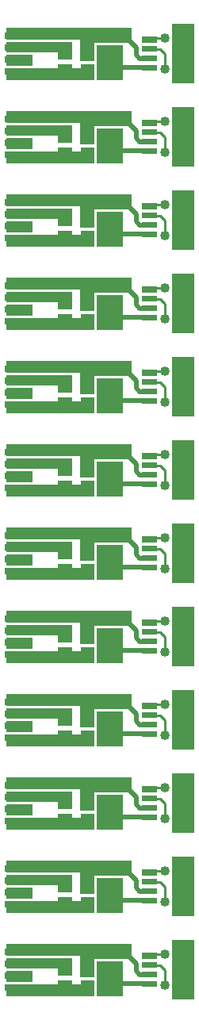
<source format=gbr>
G04 start of page 2 for group 0 idx 0 *
G04 Title: (unknown), top *
G04 Creator: pcb 4.0.2 *
G04 CreationDate: Thu Feb 25 03:30:48 2021 UTC *
G04 For: petersen *
G04 Format: Gerber/RS-274X *
G04 PCB-Dimensions (mil): 1500.00 4200.00 *
G04 PCB-Coordinate-Origin: lower left *
%MOIN*%
%FSLAX25Y25*%
%LNTOP*%
%ADD17C,0.0140*%
%ADD16C,0.0310*%
%ADD15C,0.0400*%
%ADD14C,0.0300*%
%ADD13C,0.0200*%
%ADD12C,0.0100*%
%ADD11C,0.0001*%
G54D11*G36*
X130500Y285000D02*Y310000D01*
X140000D01*
Y285000D01*
X130500D01*
G37*
G36*
Y250000D02*Y275000D01*
X140000D01*
Y250000D01*
X130500D01*
G37*
G36*
Y215000D02*Y240000D01*
X140000D01*
Y215000D01*
X130500D01*
G37*
G36*
Y180000D02*Y205000D01*
X140000D01*
Y180000D01*
X130500D01*
G37*
G36*
Y145000D02*Y170000D01*
X140000D01*
Y145000D01*
X130500D01*
G37*
G36*
X93000Y273000D02*X109500D01*
Y268000D01*
X93000D01*
Y273000D01*
G37*
G36*
X96500Y273500D02*X113500D01*
Y267000D01*
X96500D01*
Y273500D01*
G37*
G36*
X91500D02*X108000D01*
Y268500D01*
X91500D01*
Y273500D01*
G37*
G36*
X92000D02*X98000D01*
Y259500D01*
X92000D01*
Y273500D01*
G37*
G36*
X93000Y238000D02*X109500D01*
Y233000D01*
X93000D01*
Y238000D01*
G37*
G36*
X91500Y238500D02*X108000D01*
Y233500D01*
X91500D01*
Y238500D01*
G37*
G36*
X92000D02*X98000D01*
Y224500D01*
X92000D01*
Y238500D01*
G37*
G36*
X96500D02*X113500D01*
Y232000D01*
X96500D01*
Y238500D01*
G37*
G36*
X93000Y203000D02*X109500D01*
Y198000D01*
X93000D01*
Y203000D01*
G37*
G36*
X130500Y110000D02*Y135000D01*
X140000D01*
Y110000D01*
X130500D01*
G37*
G36*
Y75000D02*Y100000D01*
X140000D01*
Y75000D01*
X130500D01*
G37*
G36*
Y40000D02*Y65000D01*
X140000D01*
Y40000D01*
X130500D01*
G37*
G36*
Y5000D02*Y30000D01*
X140000D01*
Y5000D01*
X130500D01*
G37*
G36*
X61000Y273500D02*X98000D01*
Y268500D01*
X61000D01*
Y273500D01*
G37*
G36*
Y267500D02*X88500D01*
Y263000D01*
X61000D01*
Y267500D01*
G37*
G36*
Y262000D02*X72000D01*
Y257500D01*
X61000D01*
Y262000D01*
G37*
G36*
Y256500D02*X98000D01*
Y251500D01*
X61000D01*
Y256500D01*
G37*
G36*
Y238500D02*X98000D01*
Y233500D01*
X61000D01*
Y238500D01*
G37*
G36*
Y232500D02*X88500D01*
Y228000D01*
X61000D01*
Y232500D01*
G37*
G36*
X99000Y266000D02*X110000D01*
Y251500D01*
X99000D01*
Y266000D01*
G37*
G36*
Y231000D02*X110000D01*
Y216500D01*
X99000D01*
Y231000D01*
G37*
G36*
X61000Y227000D02*X72000D01*
Y222500D01*
X61000D01*
Y227000D01*
G37*
G36*
Y221500D02*X98000D01*
Y216500D01*
X61000D01*
Y221500D01*
G37*
G36*
Y203500D02*X98000D01*
Y198500D01*
X61000D01*
Y203500D01*
G37*
G36*
X91500D02*X108000D01*
Y198500D01*
X91500D01*
Y203500D01*
G37*
G36*
X61000Y197500D02*X88500D01*
Y193000D01*
X61000D01*
Y197500D01*
G37*
G36*
Y192000D02*X72000D01*
Y187500D01*
X61000D01*
Y192000D01*
G37*
G36*
Y186500D02*X98000D01*
Y181500D01*
X61000D01*
Y186500D01*
G37*
G36*
X99000Y196000D02*X110000D01*
Y181500D01*
X99000D01*
Y196000D01*
G37*
G36*
X61000Y168500D02*X98000D01*
Y163500D01*
X61000D01*
Y168500D01*
G37*
G36*
Y162500D02*X88500D01*
Y158000D01*
X61000D01*
Y162500D01*
G37*
G36*
Y157000D02*X72000D01*
Y152500D01*
X61000D01*
Y157000D01*
G37*
G36*
Y151500D02*X98000D01*
Y146500D01*
X61000D01*
Y151500D01*
G37*
G36*
X99000Y161000D02*X110000D01*
Y146500D01*
X99000D01*
Y161000D01*
G37*
G36*
X92000Y203500D02*X98000D01*
Y189500D01*
X92000D01*
Y203500D01*
G37*
G36*
X93000Y168000D02*X109500D01*
Y163000D01*
X93000D01*
Y168000D01*
G37*
G36*
X91500Y168500D02*X108000D01*
Y163500D01*
X91500D01*
Y168500D01*
G37*
G36*
X92000D02*X98000D01*
Y154500D01*
X92000D01*
Y168500D01*
G37*
G36*
X96500D02*X113500D01*
Y162000D01*
X96500D01*
Y168500D01*
G37*
G36*
Y203500D02*X113500D01*
Y197000D01*
X96500D01*
Y203500D01*
G37*
G36*
X99000Y406000D02*X110000D01*
Y391500D01*
X99000D01*
Y406000D01*
G37*
G36*
X130500Y390000D02*Y415000D01*
X140000D01*
Y390000D01*
X130500D01*
G37*
G36*
Y355000D02*Y380000D01*
X140000D01*
Y355000D01*
X130500D01*
G37*
G36*
Y320000D02*Y345000D01*
X140000D01*
Y320000D01*
X130500D01*
G37*
G36*
X93000Y378000D02*X109500D01*
Y373000D01*
X93000D01*
Y378000D01*
G37*
G36*
X91500Y378500D02*X108000D01*
Y373500D01*
X91500D01*
Y378500D01*
G37*
G36*
X92000D02*X98000D01*
Y364500D01*
X92000D01*
Y378500D01*
G37*
G36*
X96500D02*X113500D01*
Y372000D01*
X96500D01*
Y378500D01*
G37*
G36*
X61000Y413500D02*X98000D01*
Y408500D01*
X61000D01*
Y413500D01*
G37*
G36*
Y407500D02*X88500D01*
Y403000D01*
X61000D01*
Y407500D01*
G37*
G36*
Y402000D02*X72000D01*
Y397500D01*
X61000D01*
Y402000D01*
G37*
G36*
X93000Y413000D02*X109500D01*
Y408000D01*
X93000D01*
Y413000D01*
G37*
G36*
X91500Y413500D02*X108000D01*
Y408500D01*
X91500D01*
Y413500D01*
G37*
G36*
X92000D02*X98000D01*
Y399500D01*
X92000D01*
Y413500D01*
G37*
G36*
X96500D02*X113500D01*
Y407000D01*
X96500D01*
Y413500D01*
G37*
G36*
X61000Y396500D02*X98000D01*
Y391500D01*
X61000D01*
Y396500D01*
G37*
G36*
Y378500D02*X98000D01*
Y373500D01*
X61000D01*
Y378500D01*
G37*
G36*
Y372500D02*X88500D01*
Y368000D01*
X61000D01*
Y372500D01*
G37*
G36*
Y367000D02*X72000D01*
Y362500D01*
X61000D01*
Y367000D01*
G37*
G36*
Y361500D02*X98000D01*
Y356500D01*
X61000D01*
Y361500D01*
G37*
G36*
Y343500D02*X98000D01*
Y338500D01*
X61000D01*
Y343500D01*
G37*
G36*
Y337500D02*X88500D01*
Y333000D01*
X61000D01*
Y337500D01*
G37*
G36*
Y332000D02*X72000D01*
Y327500D01*
X61000D01*
Y332000D01*
G37*
G36*
Y326500D02*X98000D01*
Y321500D01*
X61000D01*
Y326500D01*
G37*
G36*
X99000Y371000D02*X110000D01*
Y356500D01*
X99000D01*
Y371000D01*
G37*
G36*
X93000Y343000D02*X109500D01*
Y338000D01*
X93000D01*
Y343000D01*
G37*
G36*
X91500Y343500D02*X108000D01*
Y338500D01*
X91500D01*
Y343500D01*
G37*
G36*
X96500D02*X113500D01*
Y337000D01*
X96500D01*
Y343500D01*
G37*
G36*
X92000D02*X98000D01*
Y329500D01*
X92000D01*
Y343500D01*
G37*
G36*
X99000Y336000D02*X110000D01*
Y321500D01*
X99000D01*
Y336000D01*
G37*
G36*
X93000Y308000D02*X109500D01*
Y303000D01*
X93000D01*
Y308000D01*
G37*
G36*
X61000Y308500D02*X98000D01*
Y303500D01*
X61000D01*
Y308500D01*
G37*
G36*
Y302500D02*X88500D01*
Y298000D01*
X61000D01*
Y302500D01*
G37*
G36*
Y297000D02*X72000D01*
Y292500D01*
X61000D01*
Y297000D01*
G37*
G36*
Y291500D02*X98000D01*
Y286500D01*
X61000D01*
Y291500D01*
G37*
G36*
X91500Y308500D02*X108000D01*
Y303500D01*
X91500D01*
Y308500D01*
G37*
G36*
X92000D02*X98000D01*
Y294500D01*
X92000D01*
Y308500D01*
G37*
G36*
X96500D02*X113500D01*
Y302000D01*
X96500D01*
Y308500D01*
G37*
G36*
X99000Y301000D02*X110000D01*
Y286500D01*
X99000D01*
Y301000D01*
G37*
G36*
X61000Y133500D02*X98000D01*
Y128500D01*
X61000D01*
Y133500D01*
G37*
G36*
Y127500D02*X88500D01*
Y123000D01*
X61000D01*
Y127500D01*
G37*
G36*
Y122000D02*X72000D01*
Y117500D01*
X61000D01*
Y122000D01*
G37*
G36*
Y116500D02*X98000D01*
Y111500D01*
X61000D01*
Y116500D01*
G37*
G36*
X99000Y126000D02*X110000D01*
Y111500D01*
X99000D01*
Y126000D01*
G37*
G36*
X61000Y98500D02*X98000D01*
Y93500D01*
X61000D01*
Y98500D01*
G37*
G36*
X91500D02*X108000D01*
Y93500D01*
X91500D01*
Y98500D01*
G37*
G36*
X61000Y92500D02*X88500D01*
Y88000D01*
X61000D01*
Y92500D01*
G37*
G36*
X93000Y133000D02*X109500D01*
Y128000D01*
X93000D01*
Y133000D01*
G37*
G36*
X91500Y133500D02*X108000D01*
Y128500D01*
X91500D01*
Y133500D01*
G37*
G36*
X92000D02*X98000D01*
Y119500D01*
X92000D01*
Y133500D01*
G37*
G36*
X96500D02*X113500D01*
Y127000D01*
X96500D01*
Y133500D01*
G37*
G36*
X93000Y98000D02*X109500D01*
Y93000D01*
X93000D01*
Y98000D01*
G37*
G36*
X92000Y98500D02*X98000D01*
Y84500D01*
X92000D01*
Y98500D01*
G37*
G36*
X96500D02*X113500D01*
Y92000D01*
X96500D01*
Y98500D01*
G37*
G36*
X93000Y63000D02*X109500D01*
Y58000D01*
X93000D01*
Y63000D01*
G37*
G36*
X91500Y63500D02*X108000D01*
Y58500D01*
X91500D01*
Y63500D01*
G37*
G36*
X92000D02*X98000D01*
Y49500D01*
X92000D01*
Y63500D01*
G37*
G36*
X96500D02*X113500D01*
Y57000D01*
X96500D01*
Y63500D01*
G37*
G36*
X93000Y28000D02*X109500D01*
Y23000D01*
X93000D01*
Y28000D01*
G37*
G36*
X92000Y28500D02*X98000D01*
Y14500D01*
X92000D01*
Y28500D01*
G37*
G36*
X96500D02*X113500D01*
Y22000D01*
X96500D01*
Y28500D01*
G37*
G36*
X61000Y87000D02*X72000D01*
Y82500D01*
X61000D01*
Y87000D01*
G37*
G36*
Y81500D02*X98000D01*
Y76500D01*
X61000D01*
Y81500D01*
G37*
G36*
Y63500D02*X98000D01*
Y58500D01*
X61000D01*
Y63500D01*
G37*
G36*
Y57500D02*X88500D01*
Y53000D01*
X61000D01*
Y57500D01*
G37*
G36*
X99000Y91000D02*X110000D01*
Y76500D01*
X99000D01*
Y91000D01*
G37*
G36*
Y56000D02*X110000D01*
Y41500D01*
X99000D01*
Y56000D01*
G37*
G36*
X61000Y52000D02*X72000D01*
Y47500D01*
X61000D01*
Y52000D01*
G37*
G36*
Y46500D02*X98000D01*
Y41500D01*
X61000D01*
Y46500D01*
G37*
G36*
Y28500D02*X98000D01*
Y23500D01*
X61000D01*
Y28500D01*
G37*
G36*
X91500D02*X108000D01*
Y23500D01*
X91500D01*
Y28500D01*
G37*
G36*
X61000Y22500D02*X88500D01*
Y18000D01*
X61000D01*
Y22500D01*
G37*
G36*
Y17000D02*X72000D01*
Y12500D01*
X61000D01*
Y17000D01*
G37*
G36*
Y11500D02*X98000D01*
Y6500D01*
X61000D01*
Y11500D01*
G37*
G36*
X99000Y21000D02*X110000D01*
Y6500D01*
X99000D01*
Y21000D01*
G37*
G54D12*X127500Y304000D02*X121000D01*
X127500Y297500D02*X125531Y299469D01*
X121000D01*
G54D13*X115500Y300000D02*X111500Y304000D01*
G54D12*X127500Y291000D02*Y297500D01*
Y256000D02*Y262500D01*
G54D13*X121000Y295531D02*X116969D01*
X115500Y297000D01*
Y300000D01*
X121000Y291594D02*X106500D01*
G54D12*X127500Y269000D02*X121000D01*
X127500Y262500D02*X125531Y264469D01*
X121000D01*
G54D13*Y260531D02*X116969D01*
X115500Y262000D01*
Y265000D01*
X111500Y269000D01*
X121000Y256594D02*X106500D01*
G54D12*X127500Y234000D02*X121000D01*
G54D13*Y225531D02*X116969D01*
X115500Y227000D01*
Y230000D01*
G54D12*X127500Y227500D02*X125531Y229469D01*
X121000D01*
G54D13*X115500Y230000D02*X111500Y234000D01*
G54D12*X127500Y221000D02*Y227500D01*
G54D13*X121000Y221594D02*X106500D01*
G54D12*X127500Y374000D02*X121000D01*
G54D13*Y365531D02*X116969D01*
G54D12*X127500Y361000D02*Y367500D01*
X125531Y369469D01*
X121000D01*
G54D13*Y361594D02*X106500D01*
X116969Y365531D02*X115500Y367000D01*
Y370000D01*
X111500Y374000D01*
G54D12*X127500Y409000D02*X121000D01*
X127500Y396000D02*Y402500D01*
X125531Y404469D01*
X121000D01*
G54D13*Y400531D02*X116969D01*
X115500Y402000D01*
Y405000D01*
X111500Y409000D01*
X121000Y396594D02*X106500D01*
X121000Y330531D02*X116969D01*
X115500Y332000D01*
Y335000D01*
X111500Y339000D01*
G54D12*X127500D02*X121000D01*
X127500Y326000D02*Y332500D01*
X125531Y334469D01*
X121000D01*
G54D13*Y326594D02*X106500D01*
X121000Y190531D02*X116969D01*
X115500Y192000D01*
Y195000D01*
X111500Y199000D01*
X121000Y186594D02*X106500D01*
G54D12*X127500Y199000D02*X121000D01*
X127500Y186000D02*Y192500D01*
X125531Y194469D01*
X121000D01*
X127500Y164000D02*X121000D01*
G54D13*Y155531D02*X116969D01*
X115500Y157000D01*
Y160000D01*
G54D12*X127500Y157500D02*X125531Y159469D01*
X121000D01*
G54D13*X115500Y160000D02*X111500Y164000D01*
G54D12*X127500Y151000D02*Y157500D01*
G54D13*X121000Y151594D02*X106500D01*
X121000Y120531D02*X116969D01*
X115500Y122000D01*
Y125000D01*
X111500Y129000D01*
X121000Y116594D02*X106500D01*
G54D12*X127500Y129000D02*X121000D01*
X127500Y116000D02*Y122500D01*
X125531Y124469D01*
X121000D01*
X127500Y94000D02*X121000D01*
G54D13*Y85531D02*X116969D01*
X115500Y87000D01*
Y90000D01*
G54D12*X127500Y87500D02*X125531Y89469D01*
X121000D01*
G54D13*X115500Y90000D02*X111500Y94000D01*
G54D12*X127500Y81000D02*Y87500D01*
G54D13*X121000Y81594D02*X106500D01*
X121000Y50531D02*X116969D01*
X115500Y52000D01*
Y55000D01*
X111500Y59000D01*
X121000Y46594D02*X106500D01*
G54D12*X127500Y59000D02*X121000D01*
X127500Y46000D02*Y52500D01*
X125531Y54469D01*
X121000D01*
X127500Y24000D02*X121000D01*
G54D13*Y15531D02*X116969D01*
X115500Y17000D01*
Y20000D01*
G54D12*X127500Y17500D02*X125531Y19469D01*
X121000D01*
G54D13*X115500Y20000D02*X111500Y24000D01*
G54D12*X127500Y11000D02*Y17500D01*
G54D13*X121000Y11594D02*X106500D01*
G54D11*G36*
X60202Y326418D02*Y323582D01*
X64754D01*
Y326418D01*
X60202D01*
G37*
G36*
X82548Y328016D02*Y322898D01*
X88452D01*
Y328016D01*
X82548D01*
G37*
G36*
X92048D02*Y322898D01*
X97952D01*
Y328016D01*
X92048D01*
G37*
G36*
X117949Y327775D02*Y325413D01*
X124051D01*
Y327775D01*
X117949D01*
G37*
G36*
X60202Y331418D02*Y328582D01*
X64754D01*
Y331418D01*
X60202D01*
G37*
G36*
X82548Y335102D02*Y329984D01*
X88452D01*
Y335102D01*
X82548D01*
G37*
G36*
X60202Y336418D02*Y333582D01*
X64754D01*
Y336418D01*
X60202D01*
G37*
G36*
Y341418D02*Y338582D01*
X64754D01*
Y341418D01*
X60202D01*
G37*
G36*
X104048Y342602D02*Y337484D01*
X109952D01*
Y342602D01*
X104048D01*
G37*
G36*
X92048Y335102D02*Y329984D01*
X97952D01*
Y335102D01*
X92048D01*
G37*
G36*
X104048Y335516D02*Y330398D01*
X109952D01*
Y335516D01*
X104048D01*
G37*
G36*
X117949Y331712D02*Y329350D01*
X124051D01*
Y331712D01*
X117949D01*
G37*
G36*
Y335650D02*Y333288D01*
X124051D01*
Y335650D01*
X117949D01*
G37*
G36*
Y339587D02*Y337225D01*
X124051D01*
Y339587D01*
X117949D01*
G37*
G36*
X132713Y323838D02*Y320000D01*
X139799D01*
Y323838D01*
X132713D01*
G37*
G36*
Y345000D02*Y341162D01*
X139799D01*
Y345000D01*
X132713D01*
G37*
G36*
X92048Y293016D02*Y287898D01*
X97952D01*
Y293016D01*
X92048D01*
G37*
G36*
Y300102D02*Y294984D01*
X97952D01*
Y300102D01*
X92048D01*
G37*
G36*
X104048Y307602D02*Y302484D01*
X109952D01*
Y307602D01*
X104048D01*
G37*
G36*
Y300516D02*Y295398D01*
X109952D01*
Y300516D01*
X104048D01*
G37*
G36*
X117949Y292775D02*Y290413D01*
X124051D01*
Y292775D01*
X117949D01*
G37*
G36*
Y296712D02*Y294350D01*
X124051D01*
Y296712D01*
X117949D01*
G37*
G36*
Y300650D02*Y298288D01*
X124051D01*
Y300650D01*
X117949D01*
G37*
G36*
Y304587D02*Y302225D01*
X124051D01*
Y304587D01*
X117949D01*
G37*
G36*
X132713Y288838D02*Y285000D01*
X139799D01*
Y288838D01*
X132713D01*
G37*
G36*
Y310000D02*Y306162D01*
X139799D01*
Y310000D01*
X132713D01*
G37*
G36*
X92048Y398016D02*Y392898D01*
X97952D01*
Y398016D01*
X92048D01*
G37*
G36*
Y405102D02*Y399984D01*
X97952D01*
Y405102D01*
X92048D01*
G37*
G36*
X104048Y412602D02*Y407484D01*
X109952D01*
Y412602D01*
X104048D01*
G37*
G36*
Y405516D02*Y400398D01*
X109952D01*
Y405516D01*
X104048D01*
G37*
G36*
X117949Y397775D02*Y395413D01*
X124051D01*
Y397775D01*
X117949D01*
G37*
G36*
Y401712D02*Y399350D01*
X124051D01*
Y401712D01*
X117949D01*
G37*
G36*
Y405650D02*Y403288D01*
X124051D01*
Y405650D01*
X117949D01*
G37*
G36*
Y409587D02*Y407225D01*
X124051D01*
Y409587D01*
X117949D01*
G37*
G36*
X132713Y393838D02*Y390000D01*
X139799D01*
Y393838D01*
X132713D01*
G37*
G36*
Y415000D02*Y411162D01*
X139799D01*
Y415000D01*
X132713D01*
G37*
G36*
X60202Y406418D02*Y403582D01*
X64754D01*
Y406418D01*
X60202D01*
G37*
G36*
Y411418D02*Y408582D01*
X64754D01*
Y411418D01*
X60202D01*
G37*
G36*
Y396418D02*Y393582D01*
X64754D01*
Y396418D01*
X60202D01*
G37*
G36*
Y401418D02*Y398582D01*
X64754D01*
Y401418D01*
X60202D01*
G37*
G36*
X82548Y405102D02*Y399984D01*
X88452D01*
Y405102D01*
X82548D01*
G37*
G36*
Y398016D02*Y392898D01*
X88452D01*
Y398016D01*
X82548D01*
G37*
G36*
Y370102D02*Y364984D01*
X88452D01*
Y370102D01*
X82548D01*
G37*
G36*
X60202Y361418D02*Y358582D01*
X64754D01*
Y361418D01*
X60202D01*
G37*
G36*
Y366418D02*Y363582D01*
X64754D01*
Y366418D01*
X60202D01*
G37*
G36*
Y371418D02*Y368582D01*
X64754D01*
Y371418D01*
X60202D01*
G37*
G36*
Y376418D02*Y373582D01*
X64754D01*
Y376418D01*
X60202D01*
G37*
G36*
X82548Y363016D02*Y357898D01*
X88452D01*
Y363016D01*
X82548D01*
G37*
G36*
X92048D02*Y357898D01*
X97952D01*
Y363016D01*
X92048D01*
G37*
G36*
Y370102D02*Y364984D01*
X97952D01*
Y370102D01*
X92048D01*
G37*
G36*
X104048Y377602D02*Y372484D01*
X109952D01*
Y377602D01*
X104048D01*
G37*
G36*
Y370516D02*Y365398D01*
X109952D01*
Y370516D01*
X104048D01*
G37*
G36*
X117949Y362775D02*Y360413D01*
X124051D01*
Y362775D01*
X117949D01*
G37*
G36*
X132713Y358838D02*Y355000D01*
X139799D01*
Y358838D01*
X132713D01*
G37*
G36*
X117949Y366712D02*Y364350D01*
X124051D01*
Y366712D01*
X117949D01*
G37*
G36*
Y370650D02*Y368288D01*
X124051D01*
Y370650D01*
X117949D01*
G37*
G36*
Y374587D02*Y372225D01*
X124051D01*
Y374587D01*
X117949D01*
G37*
G36*
X132713Y380000D02*Y376162D01*
X139799D01*
Y380000D01*
X132713D01*
G37*
G36*
X60202Y291418D02*Y288582D01*
X64754D01*
Y291418D01*
X60202D01*
G37*
G36*
Y296418D02*Y293582D01*
X64754D01*
Y296418D01*
X60202D01*
G37*
G36*
Y301418D02*Y298582D01*
X64754D01*
Y301418D01*
X60202D01*
G37*
G36*
Y306418D02*Y303582D01*
X64754D01*
Y306418D01*
X60202D01*
G37*
G36*
Y261418D02*Y258582D01*
X64754D01*
Y261418D01*
X60202D01*
G37*
G36*
Y266418D02*Y263582D01*
X64754D01*
Y266418D01*
X60202D01*
G37*
G36*
Y271418D02*Y268582D01*
X64754D01*
Y271418D01*
X60202D01*
G37*
G36*
X82548Y293016D02*Y287898D01*
X88452D01*
Y293016D01*
X82548D01*
G37*
G36*
Y265102D02*Y259984D01*
X88452D01*
Y265102D01*
X82548D01*
G37*
G36*
X60202Y256418D02*Y253582D01*
X64754D01*
Y256418D01*
X60202D01*
G37*
G36*
X82548Y258016D02*Y252898D01*
X88452D01*
Y258016D01*
X82548D01*
G37*
G36*
X92048D02*Y252898D01*
X97952D01*
Y258016D01*
X92048D01*
G37*
G36*
Y265102D02*Y259984D01*
X97952D01*
Y265102D01*
X92048D01*
G37*
G36*
X104048Y272602D02*Y267484D01*
X109952D01*
Y272602D01*
X104048D01*
G37*
G36*
Y265516D02*Y260398D01*
X109952D01*
Y265516D01*
X104048D01*
G37*
G36*
X117949Y257775D02*Y255413D01*
X124051D01*
Y257775D01*
X117949D01*
G37*
G36*
X132713Y253838D02*Y250000D01*
X139799D01*
Y253838D01*
X132713D01*
G37*
G36*
X117949Y261712D02*Y259350D01*
X124051D01*
Y261712D01*
X117949D01*
G37*
G36*
Y265650D02*Y263288D01*
X124051D01*
Y265650D01*
X117949D01*
G37*
G36*
Y269587D02*Y267225D01*
X124051D01*
Y269587D01*
X117949D01*
G37*
G36*
X132713Y275000D02*Y271162D01*
X139799D01*
Y275000D01*
X132713D01*
G37*
G36*
X82548Y300102D02*Y294984D01*
X88452D01*
Y300102D01*
X82548D01*
G37*
G36*
Y153016D02*Y147898D01*
X88452D01*
Y153016D01*
X82548D01*
G37*
G36*
Y160102D02*Y154984D01*
X88452D01*
Y160102D01*
X82548D01*
G37*
G36*
X60202Y186418D02*Y183582D01*
X64754D01*
Y186418D01*
X60202D01*
G37*
G36*
X82548Y188016D02*Y182898D01*
X88452D01*
Y188016D01*
X82548D01*
G37*
G36*
Y195102D02*Y189984D01*
X88452D01*
Y195102D01*
X82548D01*
G37*
G36*
X60202Y191418D02*Y188582D01*
X64754D01*
Y191418D01*
X60202D01*
G37*
G36*
Y196418D02*Y193582D01*
X64754D01*
Y196418D01*
X60202D01*
G37*
G36*
Y201418D02*Y198582D01*
X64754D01*
Y201418D01*
X60202D01*
G37*
G36*
X92048Y188016D02*Y182898D01*
X97952D01*
Y188016D01*
X92048D01*
G37*
G36*
Y195102D02*Y189984D01*
X97952D01*
Y195102D01*
X92048D01*
G37*
G36*
Y153016D02*Y147898D01*
X97952D01*
Y153016D01*
X92048D01*
G37*
G36*
Y160102D02*Y154984D01*
X97952D01*
Y160102D01*
X92048D01*
G37*
G36*
X60202Y221418D02*Y218582D01*
X64754D01*
Y221418D01*
X60202D01*
G37*
G36*
Y226418D02*Y223582D01*
X64754D01*
Y226418D01*
X60202D01*
G37*
G36*
Y231418D02*Y228582D01*
X64754D01*
Y231418D01*
X60202D01*
G37*
G36*
Y236418D02*Y233582D01*
X64754D01*
Y236418D01*
X60202D01*
G37*
G36*
X82548Y223016D02*Y217898D01*
X88452D01*
Y223016D01*
X82548D01*
G37*
G36*
Y230102D02*Y224984D01*
X88452D01*
Y230102D01*
X82548D01*
G37*
G36*
X92048Y223016D02*Y217898D01*
X97952D01*
Y223016D01*
X92048D01*
G37*
G36*
Y230102D02*Y224984D01*
X97952D01*
Y230102D01*
X92048D01*
G37*
G36*
X117949Y226712D02*Y224350D01*
X124051D01*
Y226712D01*
X117949D01*
G37*
G36*
X104048Y237602D02*Y232484D01*
X109952D01*
Y237602D01*
X104048D01*
G37*
G36*
Y230516D02*Y225398D01*
X109952D01*
Y230516D01*
X104048D01*
G37*
G36*
Y202602D02*Y197484D01*
X109952D01*
Y202602D01*
X104048D01*
G37*
G36*
X117949Y222775D02*Y220413D01*
X124051D01*
Y222775D01*
X117949D01*
G37*
G36*
X132713Y218838D02*Y215000D01*
X139799D01*
Y218838D01*
X132713D01*
G37*
G36*
X117949Y230650D02*Y228288D01*
X124051D01*
Y230650D01*
X117949D01*
G37*
G36*
Y234587D02*Y232225D01*
X124051D01*
Y234587D01*
X117949D01*
G37*
G36*
X132713Y240000D02*Y236162D01*
X139799D01*
Y240000D01*
X132713D01*
G37*
G36*
X117949Y195650D02*Y193288D01*
X124051D01*
Y195650D01*
X117949D01*
G37*
G36*
Y199587D02*Y197225D01*
X124051D01*
Y199587D01*
X117949D01*
G37*
G36*
X132713Y183838D02*Y180000D01*
X139799D01*
Y183838D01*
X132713D01*
G37*
G36*
Y205000D02*Y201162D01*
X139799D01*
Y205000D01*
X132713D01*
G37*
G36*
X104048Y195516D02*Y190398D01*
X109952D01*
Y195516D01*
X104048D01*
G37*
G36*
X117949Y187775D02*Y185413D01*
X124051D01*
Y187775D01*
X117949D01*
G37*
G36*
Y191712D02*Y189350D01*
X124051D01*
Y191712D01*
X117949D01*
G37*
G36*
X104048Y167602D02*Y162484D01*
X109952D01*
Y167602D01*
X104048D01*
G37*
G36*
Y160516D02*Y155398D01*
X109952D01*
Y160516D01*
X104048D01*
G37*
G36*
X117949Y152775D02*Y150413D01*
X124051D01*
Y152775D01*
X117949D01*
G37*
G36*
Y156712D02*Y154350D01*
X124051D01*
Y156712D01*
X117949D01*
G37*
G36*
Y160650D02*Y158288D01*
X124051D01*
Y160650D01*
X117949D01*
G37*
G36*
Y164587D02*Y162225D01*
X124051D01*
Y164587D01*
X117949D01*
G37*
G36*
X132713Y148838D02*Y145000D01*
X139799D01*
Y148838D01*
X132713D01*
G37*
G36*
Y170000D02*Y166162D01*
X139799D01*
Y170000D01*
X132713D01*
G37*
G36*
X60202Y151418D02*Y148582D01*
X64754D01*
Y151418D01*
X60202D01*
G37*
G36*
Y156418D02*Y153582D01*
X64754D01*
Y156418D01*
X60202D01*
G37*
G36*
Y161418D02*Y158582D01*
X64754D01*
Y161418D01*
X60202D01*
G37*
G36*
Y166418D02*Y163582D01*
X64754D01*
Y166418D01*
X60202D01*
G37*
G36*
Y116418D02*Y113582D01*
X64754D01*
Y116418D01*
X60202D01*
G37*
G36*
Y121418D02*Y118582D01*
X64754D01*
Y121418D01*
X60202D01*
G37*
G36*
Y126418D02*Y123582D01*
X64754D01*
Y126418D01*
X60202D01*
G37*
G36*
Y131418D02*Y128582D01*
X64754D01*
Y131418D01*
X60202D01*
G37*
G36*
X82548Y118016D02*Y112898D01*
X88452D01*
Y118016D01*
X82548D01*
G37*
G36*
Y125102D02*Y119984D01*
X88452D01*
Y125102D01*
X82548D01*
G37*
G36*
X92048Y118016D02*Y112898D01*
X97952D01*
Y118016D01*
X92048D01*
G37*
G36*
Y125102D02*Y119984D01*
X97952D01*
Y125102D01*
X92048D01*
G37*
G36*
X104048Y132602D02*Y127484D01*
X109952D01*
Y132602D01*
X104048D01*
G37*
G36*
Y125516D02*Y120398D01*
X109952D01*
Y125516D01*
X104048D01*
G37*
G36*
X117949Y117775D02*Y115413D01*
X124051D01*
Y117775D01*
X117949D01*
G37*
G36*
Y121712D02*Y119350D01*
X124051D01*
Y121712D01*
X117949D01*
G37*
G36*
Y125650D02*Y123288D01*
X124051D01*
Y125650D01*
X117949D01*
G37*
G36*
Y129587D02*Y127225D01*
X124051D01*
Y129587D01*
X117949D01*
G37*
G36*
X132713Y113838D02*Y110000D01*
X139799D01*
Y113838D01*
X132713D01*
G37*
G36*
Y135000D02*Y131162D01*
X139799D01*
Y135000D01*
X132713D01*
G37*
G36*
X117949Y82775D02*Y80413D01*
X124051D01*
Y82775D01*
X117949D01*
G37*
G36*
X132713Y78838D02*Y75000D01*
X139799D01*
Y78838D01*
X132713D01*
G37*
G36*
X117949Y86712D02*Y84350D01*
X124051D01*
Y86712D01*
X117949D01*
G37*
G36*
Y90650D02*Y88288D01*
X124051D01*
Y90650D01*
X117949D01*
G37*
G36*
Y94587D02*Y92225D01*
X124051D01*
Y94587D01*
X117949D01*
G37*
G36*
X132713Y100000D02*Y96162D01*
X139799D01*
Y100000D01*
X132713D01*
G37*
G36*
X117949Y55650D02*Y53288D01*
X124051D01*
Y55650D01*
X117949D01*
G37*
G36*
Y59587D02*Y57225D01*
X124051D01*
Y59587D01*
X117949D01*
G37*
G36*
X132713Y65000D02*Y61162D01*
X139799D01*
Y65000D01*
X132713D01*
G37*
G36*
X60202Y81418D02*Y78582D01*
X64754D01*
Y81418D01*
X60202D01*
G37*
G36*
Y86418D02*Y83582D01*
X64754D01*
Y86418D01*
X60202D01*
G37*
G36*
Y91418D02*Y88582D01*
X64754D01*
Y91418D01*
X60202D01*
G37*
G36*
Y96418D02*Y93582D01*
X64754D01*
Y96418D01*
X60202D01*
G37*
G36*
X82548Y83016D02*Y77898D01*
X88452D01*
Y83016D01*
X82548D01*
G37*
G36*
Y90102D02*Y84984D01*
X88452D01*
Y90102D01*
X82548D01*
G37*
G36*
X92048Y83016D02*Y77898D01*
X97952D01*
Y83016D01*
X92048D01*
G37*
G36*
Y90102D02*Y84984D01*
X97952D01*
Y90102D01*
X92048D01*
G37*
G36*
X104048Y97602D02*Y92484D01*
X109952D01*
Y97602D01*
X104048D01*
G37*
G36*
Y90516D02*Y85398D01*
X109952D01*
Y90516D01*
X104048D01*
G37*
G36*
X82548Y48016D02*Y42898D01*
X88452D01*
Y48016D01*
X82548D01*
G37*
G36*
Y55102D02*Y49984D01*
X88452D01*
Y55102D01*
X82548D01*
G37*
G36*
X92048Y48016D02*Y42898D01*
X97952D01*
Y48016D01*
X92048D01*
G37*
G36*
Y55102D02*Y49984D01*
X97952D01*
Y55102D01*
X92048D01*
G37*
G36*
X104048Y62602D02*Y57484D01*
X109952D01*
Y62602D01*
X104048D01*
G37*
G36*
Y55516D02*Y50398D01*
X109952D01*
Y55516D01*
X104048D01*
G37*
G36*
X60202Y46418D02*Y43582D01*
X64754D01*
Y46418D01*
X60202D01*
G37*
G36*
Y51417D02*Y48582D01*
X64754D01*
Y51417D01*
X60202D01*
G37*
G36*
Y56417D02*Y53583D01*
X64754D01*
Y56417D01*
X60202D01*
G37*
G36*
Y61417D02*Y58583D01*
X64754D01*
Y61417D01*
X60202D01*
G37*
G36*
Y11418D02*Y8582D01*
X64754D01*
Y11418D01*
X60202D01*
G37*
G36*
Y16418D02*Y13582D01*
X64754D01*
Y16418D01*
X60202D01*
G37*
G36*
Y21418D02*Y18582D01*
X64754D01*
Y21418D01*
X60202D01*
G37*
G36*
Y26418D02*Y23582D01*
X64754D01*
Y26418D01*
X60202D01*
G37*
G36*
X82548Y13016D02*Y7898D01*
X88452D01*
Y13016D01*
X82548D01*
G37*
G36*
X92048D02*Y7898D01*
X97952D01*
Y13016D01*
X92048D01*
G37*
G36*
X82548Y20102D02*Y14984D01*
X88452D01*
Y20102D01*
X82548D01*
G37*
G36*
X92048D02*Y14984D01*
X97952D01*
Y20102D01*
X92048D01*
G37*
G36*
X104048Y27602D02*Y22484D01*
X109952D01*
Y27602D01*
X104048D01*
G37*
G36*
Y20516D02*Y15398D01*
X109952D01*
Y20516D01*
X104048D01*
G37*
G36*
X117949Y47775D02*Y45413D01*
X124051D01*
Y47775D01*
X117949D01*
G37*
G36*
X132713Y43838D02*Y40000D01*
X139799D01*
Y43838D01*
X132713D01*
G37*
G36*
X117949Y51712D02*Y49350D01*
X124051D01*
Y51712D01*
X117949D01*
G37*
G36*
Y12775D02*Y10413D01*
X124051D01*
Y12775D01*
X117949D01*
G37*
G36*
Y16712D02*Y14350D01*
X124051D01*
Y16712D01*
X117949D01*
G37*
G36*
Y20650D02*Y18288D01*
X124051D01*
Y20650D01*
X117949D01*
G37*
G36*
Y24587D02*Y22225D01*
X124051D01*
Y24587D01*
X117949D01*
G37*
G36*
X132713Y8838D02*Y5000D01*
X139799D01*
Y8838D01*
X132713D01*
G37*
G36*
Y30000D02*Y26162D01*
X139799D01*
Y30000D01*
X132713D01*
G37*
G54D14*X101500Y228500D03*
Y224500D03*
Y193500D03*
Y189500D03*
X79900Y230300D03*
X69800Y224700D03*
X76200Y230300D03*
X101500Y158500D03*
Y154500D03*
Y123500D03*
Y119500D03*
X79900Y195300D03*
X69800Y189700D03*
X76200Y195300D03*
X79900Y160300D03*
X76200D03*
X69800Y154700D03*
X79900Y125300D03*
Y55300D03*
Y20300D03*
X69800Y119700D03*
Y49700D03*
Y14700D03*
X76200Y125300D03*
Y55300D03*
Y20300D03*
X79900Y90300D03*
X69800Y84700D03*
X76200Y90300D03*
X101500Y88500D03*
Y84500D03*
Y53500D03*
Y49500D03*
Y18500D03*
Y14500D03*
Y263500D03*
Y259500D03*
Y333500D03*
Y329500D03*
Y298500D03*
Y294500D03*
Y368500D03*
Y364500D03*
X79900Y370300D03*
X69800Y364700D03*
X76200Y370300D03*
X79900Y335300D03*
Y300300D03*
Y265300D03*
X69800Y329700D03*
Y294700D03*
Y259700D03*
X76200Y335300D03*
Y300300D03*
Y265300D03*
X101500Y403500D03*
X79900Y405300D03*
X76200D03*
G54D15*X127500Y409000D03*
G54D14*X101500Y399500D03*
X69800Y399700D03*
G54D15*X127500Y396000D03*
Y374000D03*
Y361000D03*
Y339000D03*
Y326000D03*
Y304000D03*
Y291000D03*
Y269000D03*
Y256000D03*
Y234000D03*
Y221000D03*
Y199000D03*
Y186000D03*
Y164000D03*
Y151000D03*
Y129000D03*
Y116000D03*
Y94000D03*
Y81000D03*
Y59000D03*
Y46000D03*
Y24000D03*
Y11000D03*
G54D16*G54D17*G54D16*G54D17*G54D16*G54D17*G54D16*G54D17*G54D16*G54D17*G54D16*G54D17*G54D16*G54D17*G54D16*G54D17*G54D16*G54D17*G54D13*G54D17*G54D13*M02*

</source>
